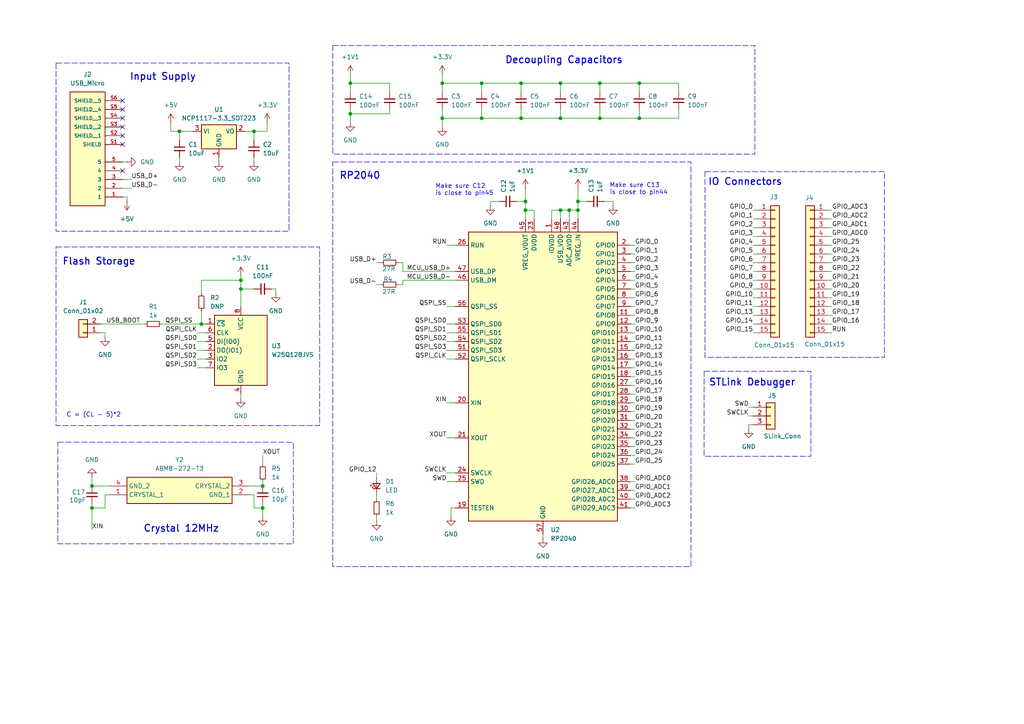
<source format=kicad_sch>
(kicad_sch (version 20231120) (generator "eeschema") (generator_version "8.0")
  (paper "A4")
  (title_block (title "RP2040") (date "2024-06-30") (rev "1.0") (company "EngrEDU"))
  (lib_symbols
    (symbol "ABM8-272-T3:ABM8-272-T3"
      (property "Reference" "Y" (at 36.83 7.62 0))
      (property "Value" "ABM8-272-T3" (at 36.83 5.08 0))
      (symbol "ABM8-272-T3_1_1"
        (rectangle (start 5.08 2.54) (end 35.56 -5.08) (stroke (width 0.254)) (fill (type background)))
        (pin passive line (at 0 -2.54 0) (length 5.08) (name "CRYSTAL_1") (number "1"))
        (pin passive line (at 40.64 -2.54 180) (length 5.08) (name "GND_1") (number "2"))
        (pin passive line (at 40.64 0 180) (length 5.08) (name "CRYSTAL_2") (number "3"))
        (pin passive line (at 0 0 0) (length 5.08) (name "GND_2") (number "4"))
      )
    )
    (symbol "Connector_Generic:Conn_01x02" (pin_names (offset 1.016) hide)
      (property "Reference" "J" (at 0 2.54 0))
      (property "Value" "Conn_01x02" (at 0 -5.08 0))
      (symbol "Conn_01x02_1_1"
        (rectangle (start -1.27 -2.413) (end 0 -2.667) (stroke (width 0.1524)))
        (rectangle (start -1.27 0.127) (end 0 -0.127) (stroke (width 0.1524)))
        (rectangle (start -1.27 1.27) (end 1.27 -3.81) (stroke (width 0.254)) (fill (type background)))
        (pin passive line (at -5.08 0 0) (length 3.81) (name "Pin_1") (number "1"))
        (pin passive line (at -5.08 -2.54 0) (length 3.81) (name "Pin_2") (number "2"))
      )
    )
    (symbol "Connector_Generic:Conn_01x03" (pin_names (offset 1.016) hide)
      (property "Reference" "J" (at 0 5.08 0))
      (property "Value" "Conn_01x03" (at 0 -5.08 0))
      (symbol "Conn_01x03_1_1"
        (rectangle (start -1.27 -2.413) (end 0 -2.667) (stroke (width 0.1524)))
        (rectangle (start -1.27 0.127) (end 0 -0.127) (stroke (width 0.1524)))
        (rectangle (start -1.27 2.667) (end 0 2.413) (stroke (width 0.1524)))
        (rectangle (start -1.27 3.81) (end 1.27 -3.81) (stroke (width 0.254)) (fill (type background)))
        (pin passive line (at -5.08 2.54 0) (length 3.81) (name "Pin_1") (number "1"))
        (pin passive line (at -5.08 0 0) (length 3.81) (name "Pin_2") (number "2"))
        (pin passive line (at -5.08 -2.54 0) (length 3.81) (name "Pin_3") (number "3"))
      )
    )
    (symbol "Connector_Generic:Conn_01x15" (pin_names (offset 1.016) hide)
      (property "Reference" "J" (at 0 20.32 0))
      (property "Value" "Conn_01x15" (at 0 -20.32 0))
      (symbol "Conn_01x15_1_1"
        (rectangle (start -1.27 -17.653) (end 0 -17.907) (stroke (width 0.1524)))
        (rectangle (start -1.27 -15.113) (end 0 -15.367) (stroke (width 0.1524)))
        (rectangle (start -1.27 -12.573) (end 0 -12.827) (stroke (width 0.1524)))
        (rectangle (start -1.27 -10.033) (end 0 -10.287) (stroke (width 0.1524)))
        (rectangle (start -1.27 -7.493) (end 0 -7.747) (stroke (width 0.1524)))
        (rectangle (start -1.27 -4.953) (end 0 -5.207) (stroke (width 0.1524)))
        (rectangle (start -1.27 -2.413) (end 0 -2.667) (stroke (width 0.1524)))
        (rectangle (start -1.27 0.127) (end 0 -0.127) (stroke (width 0.1524)))
        (rectangle (start -1.27 2.667) (end 0 2.413) (stroke (width 0.1524)))
        (rectangle (start -1.27 5.207) (end 0 4.953) (stroke (width 0.1524)))
        (rectangle (start -1.27 7.747) (end 0 7.493) (stroke (width 0.1524)))
        (rectangle (start -1.27 10.287) (end 0 10.033) (stroke (width 0.1524)))
        (rectangle (start -1.27 12.827) (end 0 12.573) (stroke (width 0.1524)))
        (rectangle (start -1.27 15.367) (end 0 15.113) (stroke (width 0.1524)))
        (rectangle (start -1.27 17.907) (end 0 17.653) (stroke (width 0.1524)))
        (rectangle (start -1.27 19.05) (end 1.27 -19.05) (stroke (width 0.254)) (fill (type background)))
        (pin passive line (at -5.08 17.78 0) (length 3.81) (name "Pin_1") (number "1"))
        (pin passive line (at -5.08 -5.08 0) (length 3.81) (name "Pin_10") (number "10"))
        (pin passive line (at -5.08 -7.62 0) (length 3.81) (name "Pin_11") (number "11"))
        (pin passive line (at -5.08 -10.16 0) (length 3.81) (name "Pin_12") (number "12"))
        (pin passive line (at -5.08 -12.7 0) (length 3.81) (name "Pin_13") (number "13"))
        (pin passive line (at -5.08 -15.24 0) (length 3.81) (name "Pin_14") (number "14"))
        (pin passive line (at -5.08 -17.78 0) (length 3.81) (name "Pin_15") (number "15"))
        (pin passive line (at -5.08 15.24 0) (length 3.81) (name "Pin_2") (number "2"))
        (pin passive line (at -5.08 12.7 0) (length 3.81) (name "Pin_3") (number "3"))
        (pin passive line (at -5.08 10.16 0) (length 3.81) (name "Pin_4") (number "4"))
        (pin passive line (at -5.08 7.62 0) (length 3.81) (name "Pin_5") (number "5"))
        (pin passive line (at -5.08 5.08 0) (length 3.81) (name "Pin_6") (number "6"))
        (pin passive line (at -5.08 2.54 0) (length 3.81) (name "Pin_7") (number "7"))
        (pin passive line (at -5.08 0 0) (length 3.81) (name "Pin_8") (number "8"))
        (pin passive line (at -5.08 -2.54 0) (length 3.81) (name "Pin_9") (number "9"))
      )
    )
    (symbol "Device:C_Small" (pin_numbers hide) (pin_names (offset 0.254) hide)
      (property "Reference" "C" (at 0.254 1.778 0))
      (property "Value" "C_Small" (at 0.254 -2.032 0))
      (symbol "C_Small_0_1"
        (polyline (pts (xy -1.524 -0.508) (xy 1.524 -0.508)) (stroke (width 0.3302)))
        (polyline (pts (xy -1.524 0.508) (xy 1.524 0.508)) (stroke (width 0.3048)))
      )
      (symbol "C_Small_1_1"
        (pin passive line (at 0 2.54 270) (length 2.032) (name "~") (number "1"))
        (pin passive line (at 0 -2.54 90) (length 2.032) (name "~") (number "2"))
      )
    )
    (symbol "Device:LED_Small" (pin_numbers hide) (pin_names (offset 0.254) hide)
      (property "Reference" "D" (at -1.27 3.175 0))
      (property "Value" "LED_Small" (at -4.445 -2.54 0))
      (symbol "LED_Small_0_1"
        (polyline (pts (xy -0.762 -1.016) (xy -0.762 1.016)) (stroke (width 0.254)))
        (polyline (pts (xy 1.016 0) (xy -0.762 0)))
        (polyline (pts (xy 0.762 -1.016) (xy -0.762 0) (xy 0.762 1.016) (xy 0.762 -1.016)) (stroke (width 0.254)))
        (polyline (pts (xy 0 0.762) (xy -0.508 1.27) (xy -0.254 1.27) (xy -0.508 1.27) (xy -0.508 1.016)))
        (polyline (pts (xy 0.508 1.27) (xy 0 1.778) (xy 0.254 1.778) (xy 0 1.778) (xy 0 1.524)))
      )
      (symbol "LED_Small_1_1"
        (pin passive line (at -2.54 0 0) (length 1.778) (name "K") (number "1"))
        (pin passive line (at 2.54 0 180) (length 1.778) (name "A") (number "2"))
      )
    )
    (symbol "Device:R_Small" (pin_numbers hide) (pin_names (offset 0.254) hide)
      (property "Reference" "R" (at 0.762 0.508 0))
      (property "Value" "R_Small" (at 0.762 -1.016 0))
      (symbol "R_Small_0_1"
        (rectangle (start -0.762 1.778) (end 0.762 -1.778) (stroke (width 0.2032)))
      )
      (symbol "R_Small_1_1"
        (pin passive line (at 0 2.54 270) (length 0.762) (name "~") (number "1"))
        (pin passive line (at 0 -2.54 90) (length 0.762) (name "~") (number "2"))
      )
    )
    (symbol "MCU_RaspberryPi:RP2040"
      (property "Reference" "U" (at 17.78 45.72 0))
      (property "Value" "RP2040" (at 17.78 43.18 0))
      (symbol "RP2040_0_1"
        (rectangle (start -21.59 41.91) (end 21.59 -41.91) (stroke (width 0.254)) (fill (type background)))
      )
      (symbol "RP2040_1_1"
        (pin power_in line (at 2.54 45.72 270) (length 3.81) (name "IOVDD") (number "1"))
        (pin passive line (at 2.54 45.72 270) (length 3.81) hide (name "IOVDD") (number "10"))
        (pin bidirectional line (at 25.4 17.78 180) (length 3.81) (name "GPIO8") (number "11"))
        (pin bidirectional line (at 25.4 15.24 180) (length 3.81) (name "GPIO9") (number "12"))
        (pin bidirectional line (at 25.4 12.7 180) (length 3.81) (name "GPIO10") (number "13"))
        (pin bidirectional line (at 25.4 10.16 180) (length 3.81) (name "GPIO11") (number "14"))
        (pin bidirectional line (at 25.4 7.62 180) (length 3.81) (name "GPIO12") (number "15"))
        (pin bidirectional line (at 25.4 5.08 180) (length 3.81) (name "GPIO13") (number "16"))
        (pin bidirectional line (at 25.4 2.54 180) (length 3.81) (name "GPIO14") (number "17"))
        (pin bidirectional line (at 25.4 0 180) (length 3.81) (name "GPIO15") (number "18"))
        (pin input line (at -25.4 -38.1 0) (length 3.81) (name "TESTEN") (number "19"))
        (pin bidirectional line (at 25.4 38.1 180) (length 3.81) (name "GPIO0") (number "2"))
        (pin input line (at -25.4 -7.62 0) (length 3.81) (name "XIN") (number "20"))
        (pin passive line (at -25.4 -17.78 0) (length 3.81) (name "XOUT") (number "21"))
        (pin passive line (at 2.54 45.72 270) (length 3.81) hide (name "IOVDD") (number "22"))
        (pin power_in line (at -2.54 45.72 270) (length 3.81) (name "DVDD") (number "23"))
        (pin input line (at -25.4 -27.94 0) (length 3.81) (name "SWCLK") (number "24"))
        (pin bidirectional line (at -25.4 -30.48 0) (length 3.81) (name "SWD") (number "25"))
        (pin input line (at -25.4 38.1 0) (length 3.81) (name "RUN") (number "26"))
        (pin bidirectional line (at 25.4 -2.54 180) (length 3.81) (name "GPIO16") (number "27"))
        (pin bidirectional line (at 25.4 -5.08 180) (length 3.81) (name "GPIO17") (number "28"))
        (pin bidirectional line (at 25.4 -7.62 180) (length 3.81) (name "GPIO18") (number "29"))
        (pin bidirectional line (at 25.4 35.56 180) (length 3.81) (name "GPIO1") (number "3"))
        (pin bidirectional line (at 25.4 -10.16 180) (length 3.81) (name "GPIO19") (number "30"))
        (pin bidirectional line (at 25.4 -12.7 180) (length 3.81) (name "GPIO20") (number "31"))
        (pin bidirectional line (at 25.4 -15.24 180) (length 3.81) (name "GPIO21") (number "32"))
        (pin passive line (at 2.54 45.72 270) (length 3.81) hide (name "IOVDD") (number "33"))
        (pin bidirectional line (at 25.4 -17.78 180) (length 3.81) (name "GPIO22") (number "34"))
        (pin bidirectional line (at 25.4 -20.32 180) (length 3.81) (name "GPIO23") (number "35"))
        (pin bidirectional line (at 25.4 -22.86 180) (length 3.81) (name "GPIO24") (number "36"))
        (pin bidirectional line (at 25.4 -25.4 180) (length 3.81) (name "GPIO25") (number "37"))
        (pin bidirectional line (at 25.4 -30.48 180) (length 3.81) (name "GPIO26_ADC0") (number "38"))
        (pin bidirectional line (at 25.4 -33.02 180) (length 3.81) (name "GPIO27_ADC1") (number "39"))
        (pin bidirectional line (at 25.4 33.02 180) (length 3.81) (name "GPIO2") (number "4"))
        (pin bidirectional line (at 25.4 -35.56 180) (length 3.81) (name "GPIO28_ADC2") (number "40"))
        (pin bidirectional line (at 25.4 -38.1 180) (length 3.81) (name "GPIO29_ADC3") (number "41"))
        (pin passive line (at 2.54 45.72 270) (length 3.81) hide (name "IOVDD") (number "42"))
        (pin power_in line (at 7.62 45.72 270) (length 3.81) (name "ADC_AVDD") (number "43"))
        (pin power_in line (at 10.16 45.72 270) (length 3.81) (name "VREG_IN") (number "44"))
        (pin power_out line (at -5.08 45.72 270) (length 3.81) (name "VREG_VOUT") (number "45"))
        (pin bidirectional line (at -25.4 27.94 0) (length 3.81) (name "USB_DM") (number "46"))
        (pin bidirectional line (at -25.4 30.48 0) (length 3.81) (name "USB_DP") (number "47"))
        (pin power_in line (at 5.08 45.72 270) (length 3.81) (name "USB_VDD") (number "48"))
        (pin passive line (at 2.54 45.72 270) (length 3.81) hide (name "IOVDD") (number "49"))
        (pin bidirectional line (at 25.4 30.48 180) (length 3.81) (name "GPIO3") (number "5"))
        (pin passive line (at -2.54 45.72 270) (length 3.81) hide (name "DVDD") (number "50"))
        (pin bidirectional line (at -25.4 7.62 0) (length 3.81) (name "QSPI_SD3") (number "51"))
        (pin output line (at -25.4 5.08 0) (length 3.81) (name "QSPI_SCLK") (number "52"))
        (pin bidirectional line (at -25.4 15.24 0) (length 3.81) (name "QSPI_SD0") (number "53"))
        (pin bidirectional line (at -25.4 10.16 0) (length 3.81) (name "QSPI_SD2") (number "54"))
        (pin bidirectional line (at -25.4 12.7 0) (length 3.81) (name "QSPI_SD1") (number "55"))
        (pin bidirectional line (at -25.4 20.32 0) (length 3.81) (name "QSPI_SS") (number "56"))
        (pin power_in line (at 0 -45.72 90) (length 3.81) (name "GND") (number "57"))
        (pin bidirectional line (at 25.4 27.94 180) (length 3.81) (name "GPIO4") (number "6"))
        (pin bidirectional line (at 25.4 25.4 180) (length 3.81) (name "GPIO5") (number "7"))
        (pin bidirectional line (at 25.4 22.86 180) (length 3.81) (name "GPIO6") (number "8"))
        (pin bidirectional line (at 25.4 20.32 180) (length 3.81) (name "GPIO7") (number "9"))
      )
    )
    (symbol "Memory_Flash:W25Q128JVS"
      (property "Reference" "U" (at -8.89 8.89 0))
      (property "Value" "W25Q128JVS" (at 7.62 8.89 0))
      (symbol "W25Q128JVS_0_1"
        (rectangle (start -7.62 10.16) (end 7.62 -10.16) (stroke (width 0.254)) (fill (type background)))
      )
      (symbol "W25Q128JVS_1_1"
        (pin input line (at -10.16 7.62 0) (length 2.54) (name "~{CS}") (number "1"))
        (pin bidirectional line (at -10.16 0 0) (length 2.54) (name "DO(IO1)") (number "2"))
        (pin bidirectional line (at -10.16 -2.54 0) (length 2.54) (name "IO2") (number "3"))
        (pin power_in line (at 0 -12.7 90) (length 2.54) (name "GND") (number "4"))
        (pin bidirectional line (at -10.16 2.54 0) (length 2.54) (name "DI(IO0)") (number "5"))
        (pin input line (at -10.16 5.08 0) (length 2.54) (name "CLK") (number "6"))
        (pin bidirectional line (at -10.16 -5.08 0) (length 2.54) (name "IO3") (number "7"))
        (pin power_in line (at 0 12.7 270) (length 2.54) (name "VCC") (number "8"))
      )
    )
    (symbol "Regulator_Linear:NCP1117-3.3_SOT223"
      (property "Reference" "U" (at -3.81 3.175 0))
      (property "Value" "NCP1117-3.3_SOT223" (at 0 3.175 0))
      (symbol "NCP1117-3.3_SOT223_0_1"
        (rectangle (start -5.08 -5.08) (end 5.08 1.905) (stroke (width 0.254)) (fill (type background)))
      )
      (symbol "NCP1117-3.3_SOT223_1_1"
        (pin power_in line (at 0 -7.62 90) (length 2.54) (name "GND") (number "1"))
        (pin power_out line (at 7.62 0 180) (length 2.54) (name "VO") (number "2"))
        (pin power_in line (at -7.62 0 0) (length 2.54) (name "VI") (number "3"))
      )
    )
    (symbol "USB_B_Micro_Amphenol:10118194-0001LF" (pin_names (offset 1.016))
      (property "Reference" "J" (at -5.08 10.668 0))
      (property "Value" "10118194-0001LF" (at -5.08 -25.4 0))
      (symbol "10118194-0001LF_0_0"
        (rectangle (start -5.08 -22.86) (end 5.08 10.16) (stroke (width 0.254)) (fill (type background)))
        (pin passive line (at -10.16 7.62 0) (length 5.08) (name "1") (number "1"))
        (pin passive line (at -10.16 5.08 0) (length 5.08) (name "2") (number "2"))
        (pin passive line (at -10.16 2.54 0) (length 5.08) (name "3") (number "3"))
        (pin passive line (at -10.16 0 0) (length 5.08) (name "4") (number "4"))
        (pin passive line (at -10.16 -2.54 0) (length 5.08) (name "5") (number "5"))
        (pin passive line (at -10.16 -7.62 0) (length 5.08) (name "SHIELD") (number "S1"))
        (pin passive line (at -10.16 -10.16 0) (length 5.08) (name "SHIELD__1") (number "S2"))
        (pin passive line (at -10.16 -12.7 0) (length 5.08) (name "SHIELD__2") (number "S3"))
        (pin passive line (at -10.16 -15.24 0) (length 5.08) (name "SHIELD__3") (number "S4"))
        (pin passive line (at -10.16 -17.78 0) (length 5.08) (name "SHIELD__4") (number "S5"))
        (pin passive line (at -10.16 -20.32 0) (length 5.08) (name "SHIELD__5") (number "S6"))
      )
    )
    (symbol "power:+1V1" (power) (pin_numbers hide) (pin_names (offset 0) hide)
      (property "Value" "+1V1" (at 0 3.556 0))
      (symbol "+1V1_0_1"
        (polyline (pts (xy -0.762 1.27) (xy 0 2.54)))
        (polyline (pts (xy 0 0) (xy 0 2.54)))
        (polyline (pts (xy 0 2.54) (xy 0.762 1.27)))
      )
      (symbol "+1V1_1_1"
        (pin power_in line (at 0 0 90) (length 0) (name "~") (number "1"))
      )
    )
    (symbol "power:+3.3V" (power) (pin_numbers hide) (pin_names (offset 0) hide)
      (property "Value" "+3.3V" (at 0 3.556 0))
      (symbol "+3.3V_0_1"
        (polyline (pts (xy -0.762 1.27) (xy 0 2.54)))
        (polyline (pts (xy 0 0) (xy 0 2.54)))
        (polyline (pts (xy 0 2.54) (xy 0.762 1.27)))
      )
      (symbol "+3.3V_1_1"
        (pin power_in line (at 0 0 90) (length 0) (name "~") (number "1"))
      )
    )
    (symbol "power:+5V" (power) (pin_numbers hide) (pin_names (offset 0) hide)
      (property "Value" "+5V" (at 0 3.556 0))
      (symbol "+5V_0_1"
        (polyline (pts (xy -0.762 1.27) (xy 0 2.54)))
        (polyline (pts (xy 0 0) (xy 0 2.54)))
        (polyline (pts (xy 0 2.54) (xy 0.762 1.27)))
      )
      (symbol "+5V_1_1"
        (pin power_in line (at 0 0 90) (length 0) (name "~") (number "1"))
      )
    )
    (symbol "power:GND" (power) (pin_numbers hide) (pin_names (offset 0) hide)
      (property "Value" "GND" (at 0 -3.81 0))
      (symbol "GND_0_1"
        (polyline (pts (xy 0 0) (xy 0 -1.27) (xy 1.27 -1.27) (xy 0 -2.54) (xy -1.27 -1.27) (xy 0 -1.27)))
      )
      (symbol "GND_1_1"
        (pin power_in line (at 0 0 270) (length 0) (name "~") (number "1"))
      )
    )
  )
  (junction (at 185.42 34.29))
  (junction (at 69.85 83.82))
  (junction (at 185.42 24.13))
  (junction (at 139.7 24.13))
  (junction (at 76.2 147.32))
  (junction (at 167.64 60.96))
  (junction (at 162.56 34.29))
  (junction (at 52.07 38.1))
  (junction (at 152.4 58.42))
  (junction (at 151.13 24.13))
  (junction (at 58.42 93.98))
  (junction (at 26.67 140.97))
  (junction (at 101.6 24.13))
  (junction (at 165.1 60.96))
  (junction (at 167.64 58.42))
  (junction (at 69.85 81.28))
  (junction (at 151.13 34.29))
  (junction (at 101.6 33.02))
  (junction (at 26.67 147.32))
  (junction (at 162.56 60.96))
  (junction (at 128.27 24.13))
  (junction (at 76.2 140.97))
  (junction (at 73.66 38.1))
  (junction (at 152.4 60.96))
  (junction (at 139.7 34.29))
  (junction (at 173.99 34.29))
  (junction (at 173.99 24.13))
  (junction (at 162.56 24.13))
  (junction (at 128.27 34.29))
  (no_connect (at 35.56 39.37))
  (no_connect (at 35.56 34.29))
  (no_connect (at 35.56 31.75))
  (no_connect (at 35.56 41.91))
  (no_connect (at 35.56 29.21))
  (no_connect (at 35.56 36.83))
  (no_connect (at 35.56 49.53))
  (wire (pts (xy 129.54 137.16) (xy 132.08 137.16)))
  (wire (pts (xy 26.67 147.32) (xy 26.67 146.05)))
  (wire (pts (xy 185.42 34.29) (xy 196.85 34.29)))
  (wire (pts (xy 182.88 83.82) (xy 184.15 83.82)))
  (wire (pts (xy 132.08 78.74) (xy 116.84 78.74)))
  (wire (pts (xy 30.48 147.32) (xy 26.67 147.32)))
  (wire (pts (xy 182.88 121.92) (xy 184.15 121.92)))
  (wire (pts (xy 73.66 147.32) (xy 76.2 147.32)))
  (wire (pts (xy 129.54 139.7) (xy 132.08 139.7)))
  (wire (pts (xy 30.48 96.52) (xy 29.21 96.52)))
  (wire (pts (xy 154.94 60.96) (xy 152.4 60.96)))
  (wire (pts (xy 139.7 24.13) (xy 151.13 24.13)))
  (wire (pts (xy 129.54 96.52) (xy 132.08 96.52)))
  (wire (pts (xy 69.85 83.82) (xy 73.66 83.82)))
  (wire (pts (xy 101.6 33.02) (xy 101.6 31.75)))
  (wire (pts (xy 30.48 97.79) (xy 30.48 96.52)))
  (wire (pts (xy 116.84 82.55) (xy 115.57 82.55)))
  (wire (pts (xy 116.84 81.28) (xy 116.84 82.55)))
  (wire (pts (xy 218.44 76.2) (xy 219.71 76.2)))
  (wire (pts (xy 129.54 88.9) (xy 132.08 88.9)))
  (wire (pts (xy 173.99 31.75) (xy 173.99 34.29)))
  (wire (pts (xy 218.44 88.9) (xy 219.71 88.9)))
  (wire (pts (xy 240.03 73.66) (xy 241.3 73.66)))
  (wire (pts (xy 182.88 104.14) (xy 184.15 104.14)))
  (wire (pts (xy 109.22 137.16) (xy 109.22 138.43)))
  (wire (pts (xy 73.66 143.51) (xy 73.66 147.32)))
  (wire (pts (xy 167.64 60.96) (xy 167.64 63.5)))
  (wire (pts (xy 218.44 83.82) (xy 219.71 83.82)))
  (wire (pts (xy 167.64 58.42) (xy 167.64 60.96)))
  (wire (pts (xy 240.03 71.12) (xy 241.3 71.12)))
  (wire (pts (xy 30.48 143.51) (xy 30.48 147.32)))
  (wire (pts (xy 182.88 91.44) (xy 184.15 91.44)))
  (wire (pts (xy 152.4 54.61) (xy 152.4 58.42)))
  (wire (pts (xy 57.15 96.52) (xy 59.69 96.52)))
  (wire (pts (xy 101.6 24.13) (xy 101.6 26.67)))
  (wire (pts (xy 128.27 21.59) (xy 128.27 24.13)))
  (wire (pts (xy 182.88 86.36) (xy 184.15 86.36)))
  (wire (pts (xy 116.84 78.74) (xy 116.84 76.2)))
  (wire (pts (xy 57.15 104.14) (xy 59.69 104.14)))
  (wire (pts (xy 240.03 66.04) (xy 241.3 66.04)))
  (wire (pts (xy 72.39 140.97) (xy 76.2 140.97)))
  (wire (pts (xy 182.88 101.6) (xy 184.15 101.6)))
  (wire (pts (xy 69.85 80.01) (xy 69.85 81.28)))
  (wire (pts (xy 69.85 81.28) (xy 69.85 83.82)))
  (wire (pts (xy 35.56 52.07) (xy 38.1 52.07)))
  (wire (pts (xy 162.56 24.13) (xy 162.56 26.67)))
  (wire (pts (xy 26.67 147.32) (xy 26.67 153.67)))
  (wire (pts (xy 151.13 24.13) (xy 162.56 24.13)))
  (wire (pts (xy 46.99 93.98) (xy 58.42 93.98)))
  (wire (pts (xy 240.03 76.2) (xy 241.3 76.2)))
  (wire (pts (xy 130.81 147.32) (xy 132.08 147.32)))
  (wire (pts (xy 77.47 38.1) (xy 77.47 35.56)))
  (wire (pts (xy 128.27 24.13) (xy 139.7 24.13)))
  (wire (pts (xy 182.88 93.98) (xy 184.15 93.98)))
  (wire (pts (xy 182.88 109.22) (xy 184.15 109.22)))
  (wire (pts (xy 175.26 58.42) (xy 177.8 58.42)))
  (wire (pts (xy 162.56 34.29) (xy 173.99 34.29)))
  (wire (pts (xy 196.85 31.75) (xy 196.85 34.29)))
  (wire (pts (xy 58.42 90.17) (xy 58.42 93.98)))
  (wire (pts (xy 139.7 31.75) (xy 139.7 34.29)))
  (wire (pts (xy 182.88 106.68) (xy 184.15 106.68)))
  (wire (pts (xy 240.03 96.52) (xy 241.3 96.52)))
  (wire (pts (xy 217.17 118.11) (xy 218.44 118.11)))
  (wire (pts (xy 113.03 33.02) (xy 101.6 33.02)))
  (wire (pts (xy 240.03 93.98) (xy 241.3 93.98)))
  (wire (pts (xy 129.54 127) (xy 132.08 127)))
  (wire (pts (xy 76.2 132.08) (xy 76.2 134.62)))
  (wire (pts (xy 129.54 99.06) (xy 132.08 99.06)))
  (wire (pts (xy 129.54 101.6) (xy 132.08 101.6)))
  (wire (pts (xy 149.86 58.42) (xy 152.4 58.42)))
  (wire (pts (xy 57.15 101.6) (xy 59.69 101.6)))
  (wire (pts (xy 218.44 91.44) (xy 219.71 91.44)))
  (wire (pts (xy 154.94 63.5) (xy 154.94 60.96)))
  (wire (pts (xy 101.6 33.02) (xy 101.6 35.56)))
  (wire (pts (xy 80.01 85.09) (xy 80.01 83.82)))
  (wire (pts (xy 58.42 81.28) (xy 69.85 81.28)))
  (wire (pts (xy 182.88 119.38) (xy 184.15 119.38)))
  (wire (pts (xy 240.03 81.28) (xy 241.3 81.28)))
  (wire (pts (xy 240.03 78.74) (xy 241.3 78.74)))
  (wire (pts (xy 157.48 154.94) (xy 157.48 156.21)))
  (wire (pts (xy 240.03 86.36) (xy 241.3 86.36)))
  (wire (pts (xy 218.44 96.52) (xy 219.71 96.52)))
  (wire (pts (xy 76.2 146.05) (xy 76.2 147.32)))
  (wire (pts (xy 55.88 38.1) (xy 52.07 38.1)))
  (wire (pts (xy 185.42 24.13) (xy 196.85 24.13)))
  (wire (pts (xy 240.03 91.44) (xy 241.3 91.44)))
  (wire (pts (xy 182.88 88.9) (xy 184.15 88.9)))
  (wire (pts (xy 182.88 139.7) (xy 184.15 139.7)))
  (wire (pts (xy 142.24 58.42) (xy 144.78 58.42)))
  (wire (pts (xy 63.5 45.72) (xy 63.5 46.99)))
  (wire (pts (xy 240.03 83.82) (xy 241.3 83.82)))
  (wire (pts (xy 167.64 58.42) (xy 170.18 58.42)))
  (wire (pts (xy 218.44 73.66) (xy 219.71 73.66)))
  (wire (pts (xy 49.53 38.1) (xy 49.53 35.56)))
  (wire (pts (xy 73.66 38.1) (xy 73.66 40.64)))
  (wire (pts (xy 36.83 58.42) (xy 36.83 57.15)))
  (wire (pts (xy 218.44 68.58) (xy 219.71 68.58)))
  (wire (pts (xy 73.66 45.72) (xy 73.66 46.99)))
  (wire (pts (xy 109.22 76.2) (xy 110.49 76.2)))
  (wire (pts (xy 162.56 24.13) (xy 173.99 24.13)))
  (wire (pts (xy 218.44 81.28) (xy 219.71 81.28)))
  (wire (pts (xy 151.13 31.75) (xy 151.13 34.29)))
  (wire (pts (xy 26.67 138.43) (xy 26.67 140.97)))
  (wire (pts (xy 57.15 99.06) (xy 59.69 99.06)))
  (wire (pts (xy 52.07 45.72) (xy 52.07 46.99)))
  (wire (pts (xy 182.88 144.78) (xy 184.15 144.78)))
  (wire (pts (xy 142.24 59.69) (xy 142.24 58.42)))
  (wire (pts (xy 185.42 31.75) (xy 185.42 34.29)))
  (wire (pts (xy 218.44 86.36) (xy 219.71 86.36)))
  (wire (pts (xy 182.88 99.06) (xy 184.15 99.06)))
  (wire (pts (xy 182.88 147.32) (xy 184.15 147.32)))
  (wire (pts (xy 109.22 151.13) (xy 109.22 149.86)))
  (wire (pts (xy 36.83 57.15) (xy 35.56 57.15)))
  (wire (pts (xy 182.88 142.24) (xy 184.15 142.24)))
  (wire (pts (xy 129.54 93.98) (xy 132.08 93.98)))
  (wire (pts (xy 151.13 34.29) (xy 162.56 34.29)))
  (wire (pts (xy 109.22 82.55) (xy 110.49 82.55)))
  (wire (pts (xy 58.42 93.98) (xy 59.69 93.98)))
  (wire (pts (xy 182.88 132.08) (xy 184.15 132.08)))
  (wire (pts (xy 152.4 58.42) (xy 152.4 60.96)))
  (wire (pts (xy 182.88 111.76) (xy 184.15 111.76)))
  (wire (pts (xy 57.15 106.68) (xy 59.69 106.68)))
  (wire (pts (xy 76.2 139.7) (xy 76.2 140.97)))
  (wire (pts (xy 139.7 34.29) (xy 151.13 34.29)))
  (wire (pts (xy 218.44 78.74) (xy 219.71 78.74)))
  (wire (pts (xy 185.42 24.13) (xy 185.42 26.67)))
  (wire (pts (xy 26.67 140.97) (xy 31.75 140.97)))
  (wire (pts (xy 128.27 31.75) (xy 128.27 34.29)))
  (wire (pts (xy 182.88 127) (xy 184.15 127)))
  (wire (pts (xy 162.56 63.5) (xy 162.56 60.96)))
  (wire (pts (xy 101.6 21.59) (xy 101.6 24.13)))
  (wire (pts (xy 129.54 104.14) (xy 132.08 104.14)))
  (wire (pts (xy 69.85 83.82) (xy 69.85 88.9)))
  (wire (pts (xy 72.39 143.51) (xy 73.66 143.51)))
  (wire (pts (xy 71.12 38.1) (xy 73.66 38.1)))
  (wire (pts (xy 182.88 76.2) (xy 184.15 76.2)))
  (wire (pts (xy 52.07 38.1) (xy 52.07 40.64)))
  (wire (pts (xy 217.17 123.19) (xy 217.17 124.46)))
  (wire (pts (xy 165.1 63.5) (xy 165.1 60.96)))
  (wire (pts (xy 151.13 24.13) (xy 151.13 26.67)))
  (wire (pts (xy 165.1 60.96) (xy 167.64 60.96)))
  (wire (pts (xy 76.2 147.32) (xy 76.2 149.86)))
  (wire (pts (xy 162.56 60.96) (xy 165.1 60.96)))
  (wire (pts (xy 218.44 66.04) (xy 219.71 66.04)))
  (wire (pts (xy 160.02 60.96) (xy 162.56 60.96)))
  (wire (pts (xy 218.44 93.98) (xy 219.71 93.98)))
  (wire (pts (xy 129.54 71.12) (xy 132.08 71.12)))
  (wire (pts (xy 240.03 68.58) (xy 241.3 68.58)))
  (wire (pts (xy 35.56 54.61) (xy 38.1 54.61)))
  (wire (pts (xy 182.88 96.52) (xy 184.15 96.52)))
  (wire (pts (xy 109.22 143.51) (xy 109.22 144.78)))
  (wire (pts (xy 218.44 63.5) (xy 219.71 63.5)))
  (wire (pts (xy 128.27 36.83) (xy 128.27 34.29)))
  (wire (pts (xy 152.4 60.96) (xy 152.4 63.5)))
  (wire (pts (xy 182.88 78.74) (xy 184.15 78.74)))
  (wire (pts (xy 52.07 38.1) (xy 49.53 38.1)))
  (wire (pts (xy 218.44 71.12) (xy 219.71 71.12)))
  (wire (pts (xy 31.75 143.51) (xy 30.48 143.51)))
  (wire (pts (xy 196.85 24.13) (xy 196.85 26.67)))
  (wire (pts (xy 240.03 63.5) (xy 241.3 63.5)))
  (wire (pts (xy 139.7 24.13) (xy 139.7 26.67)))
  (wire (pts (xy 116.84 76.2) (xy 115.57 76.2)))
  (wire (pts (xy 73.66 38.1) (xy 77.47 38.1)))
  (wire (pts (xy 182.88 114.3) (xy 184.15 114.3)))
  (wire (pts (xy 177.8 58.42) (xy 177.8 59.69)))
  (wire (pts (xy 130.81 149.86) (xy 130.81 147.32)))
  (wire (pts (xy 240.03 88.9) (xy 241.3 88.9)))
  (wire (pts (xy 182.88 81.28) (xy 184.15 81.28)))
  (wire (pts (xy 173.99 24.13) (xy 173.99 26.67)))
  (wire (pts (xy 80.01 83.82) (xy 78.74 83.82)))
  (wire (pts (xy 58.42 85.09) (xy 58.42 81.28)))
  (wire (pts (xy 173.99 24.13) (xy 185.42 24.13)))
  (wire (pts (xy 218.44 60.96) (xy 219.71 60.96)))
  (wire (pts (xy 129.54 116.84) (xy 132.08 116.84)))
  (wire (pts (xy 217.17 120.65) (xy 218.44 120.65)))
  (wire (pts (xy 182.88 134.62) (xy 184.15 134.62)))
  (wire (pts (xy 160.02 63.5) (xy 160.02 60.96)))
  (wire (pts (xy 29.21 93.98) (xy 41.91 93.98)))
  (wire (pts (xy 113.03 31.75) (xy 113.03 33.02)))
  (wire (pts (xy 182.88 129.54) (xy 184.15 129.54)))
  (wire (pts (xy 182.88 71.12) (xy 184.15 71.12)))
  (wire (pts (xy 35.56 46.99) (xy 36.83 46.99)))
  (wire (pts (xy 173.99 34.29) (xy 185.42 34.29)))
  (wire (pts (xy 128.27 26.67) (xy 128.27 24.13)))
  (wire (pts (xy 218.44 123.19) (xy 217.17 123.19)))
  (wire (pts (xy 162.56 31.75) (xy 162.56 34.29)))
  (wire (pts (xy 240.03 60.96) (xy 241.3 60.96)))
  (wire (pts (xy 69.85 114.3) (xy 69.85 115.57)))
  (wire (pts (xy 132.08 81.28) (xy 116.84 81.28)))
  (wire (pts (xy 113.03 26.67) (xy 113.03 24.13)))
  (wire (pts (xy 182.88 124.46) (xy 184.15 124.46)))
  (wire (pts (xy 182.88 73.66) (xy 184.15 73.66)))
  (wire (pts (xy 167.64 54.61) (xy 167.64 58.42)))
  (wire (pts (xy 182.88 116.84) (xy 184.15 116.84)))
  (wire (pts (xy 128.27 34.29) (xy 139.7 34.29)))
  (wire (pts (xy 113.03 24.13) (xy 101.6 24.13)))
  (rectangle (start 16.256 18.288) (end 83.82 67.056) (stroke (width 0) (type dash)))
  (rectangle (start 16.256 71.628) (end 92.71 123.444) (stroke (width 0) (type dash)))
  (rectangle (start 16.764 128.27) (end 85.09 157.734) (stroke (width 0) (type dash)))
  (rectangle (start 204.216 107.696) (end 235.204 132.334) (stroke (width 0) (type dash)))
  (rectangle (start 96.52 13.208) (end 218.948 44.704) (stroke (width 0) (type dash)))
  (rectangle (start 204.47 49.784) (end 256.54 103.632) (stroke (width 0) (type dash)))
  (rectangle (start 96.52 46.99) (end 200.406 164.338) (stroke (width 0) (type dash)))
  (text "Make sure C12\nis close to pin45\n\n" (at 126.238 56.134 0) (effects (font (size 1.27 1.27)) (justify left)))
  (text "Crystal 12MHz\n" (at 52.578 153.416 0) (effects (font (size 2 2) (thickness 0.3) (bold yes))))
  (text "STLink Debugger\n" (at 218.186 110.998 0) (effects (font (size 2 2) (thickness 0.3) (bold yes))))
  (text "C = (CL - 5)*2" (at 27.178 120.396 0) (effects (font (size 1.27 1.27))))
  (text "Flash Storage\n" (at 28.702 75.946 0) (effects (font (size 2 2) (thickness 0.3) (bold yes))))
  (text "IO Connectors" (at 216.154 52.832 0) (effects (font (size 2 2) (thickness 0.3) (bold yes))))
  (text "RP2040" (at 104.394 51.054 0) (effects (font (size 2 2) (thickness 0.3) (bold yes))))
  (text "Decoupling Capacitors" (at 163.576 17.526 0) (effects (font (size 2 2) (thickness 0.3) (bold yes))))
  (text "Input Supply" (at 47.244 22.352 0) (effects (font (size 2 2) (thickness 0.3) (bold yes))))
  (text "Make sure C13\nis close to pin44\n" (at 176.784 54.864 0) (effects (font (size 1.27 1.27)) (justify left)))
  (label "GPIO_16" (at 184.15 111.76 0))
  (label "GPIO_15" (at 184.15 109.22 0))
  (label "GPIO_17" (at 184.15 114.3 0))
  (label "GPIO_23" (at 184.15 129.54 0))
  (label "GPIO_24" (at 241.3 73.66 0))
  (label "GPIO_7" (at 184.15 88.9 0))
  (label "GPIO_6" (at 218.44 76.2 180))
  (label "QSPI_SD1" (at 129.54 96.52 180))
  (label "GPIO_7" (at 218.44 78.74 180))
  (label "GPIO_4" (at 184.15 81.28 0))
  (label "QSPI_CLK" (at 57.15 96.52 180))
  (label "GPIO_14" (at 184.15 106.68 0))
  (label "USB_D-" (at 38.1 54.61 0))
  (label "SWD" (at 129.54 139.7 180))
  (label "GPIO_25" (at 184.15 134.62 0))
  (label "QSPI_SS" (at 129.54 88.9 180))
  (label "GPIO_11" (at 184.15 99.06 0))
  (label "GPIO_15" (at 218.44 96.52 180))
  (label "QSPI_SD3" (at 57.15 106.68 180))
  (label "GPIO_21" (at 241.3 81.28 0))
  (label "GPIO_2" (at 184.15 76.2 0))
  (label "GPIO_22" (at 241.3 78.74 0))
  (label "GPIO_13" (at 218.44 91.44 180))
  (label "GPIO_12" (at 184.15 101.6 0))
  (label "GPIO_13" (at 184.15 104.14 0))
  (label "GPIO_5" (at 184.15 83.82 0))
  (label "GPIO_16" (at 241.3 93.98 0))
  (label "USB_D+" (at 109.22 76.2 180))
  (label "GPIO_18" (at 184.15 116.84 0))
  (label "GPIO_5" (at 218.44 73.66 180))
  (label "GPIO_19" (at 241.3 86.36 0))
  (label "GPIO_10" (at 218.44 86.36 180))
  (label "GPIO_2" (at 218.44 66.04 180))
  (label "GPIO_3" (at 184.15 78.74 0))
  (label "QSPI_SD3" (at 129.54 101.6 180))
  (label "GPIO_0" (at 184.15 71.12 0))
  (label "RUN" (at 241.3 96.52 0))
  (label "GPIO_ADC3" (at 241.3 60.96 0))
  (label "RUN" (at 129.54 71.12 180))
  (label "QSPI_SS" (at 55.88 93.98 180))
  (label "QSPI_SD2" (at 57.15 104.14 180))
  (label "GPIO_18" (at 241.3 88.9 0))
  (label "GPIO_3" (at 218.44 68.58 180))
  (label "XOUT" (at 129.54 127 180))
  (label "GPIO_8" (at 218.44 81.28 180))
  (label "QSPI_SD0" (at 129.54 93.98 180))
  (label "GPIO_9" (at 184.15 93.98 0))
  (label "SWCLK" (at 129.54 137.16 180))
  (label "GPIO_21" (at 184.15 124.46 0))
  (label "QSPI_SD2" (at 129.54 99.06 180))
  (label "XIN" (at 26.67 153.67 0))
  (label "QSPI_SD0" (at 57.15 99.06 180))
  (label "GPIO_24" (at 184.15 132.08 0))
  (label "GPIO_20" (at 184.15 121.92 0))
  (label "SWCLK" (at 217.17 120.65 180))
  (label "GPIO_8" (at 184.15 91.44 0))
  (label "GPIO_1" (at 218.44 63.5 180))
  (label "GPIO_19" (at 184.15 119.38 0))
  (label "GPIO_ADC1" (at 184.15 142.24 0))
  (label "GPIO_12" (at 109.22 137.16 180))
  (label "GPIO_ADC1" (at 241.3 66.04 0))
  (label "GPIO_14" (at 218.44 93.98 180))
  (label "XIN" (at 129.54 116.84 180))
  (label "USB_BOOT" (at 40.64 93.98 180))
  (label "GPIO_ADC0" (at 184.15 139.7 0))
  (label "QSPI_SD1" (at 57.15 101.6 180))
  (label "GPIO_ADC2" (at 184.15 144.78 0))
  (label "MCU_USB_D+" (at 130.81 78.74 180))
  (label "GPIO_ADC0" (at 241.3 68.58 0))
  (label "GPIO_25" (at 241.3 71.12 0))
  (label "MCU_USB_D-" (at 130.81 81.28 180))
  (label "GPIO_17" (at 241.3 91.44 0))
  (label "GPIO_ADC2" (at 241.3 63.5 0))
  (label "USB_D+" (at 38.1 52.07 0))
  (label "GPIO_9" (at 218.44 83.82 180))
  (label "SWD" (at 217.17 118.11 180))
  (label "GPIO_4" (at 218.44 71.12 180))
  (label "GPIO_10" (at 184.15 96.52 0))
  (label "GPIO_23" (at 241.3 76.2 0))
  (label "GPIO_ADC3" (at 184.15 147.32 0))
  (label "GPIO_6" (at 184.15 86.36 0))
  (label "XOUT" (at 76.2 132.08 0))
  (label "USB_D-" (at 109.22 82.55 180))
  (label "GPIO_22" (at 184.15 127 0))
  (label "QSPI_CLK" (at 129.54 104.14 180))
  (label "GPIO_20" (at 241.3 83.82 0))
  (label "GPIO_0" (at 218.44 60.96 180))
  (label "GPIO_11" (at 218.44 88.9 180))
  (label "GPIO_1" (at 184.15 73.66 0))
  (symbol (lib_id "Device:R_Small") (at 58.42 87.63 0) (unit 1)
    (property "Reference" "R2" (at 60.96 86.3599 0) (effects (justify left)))
    (property "Value" "DNP" (at 60.96 88.8999 0) (effects (justify left)))
    (property "Footprint" "Resistor_SMD:R_0402_1005Metric_Pad0.72x0.64mm_HandSolder" (effects (hide yes)))
    (property "Description" "Resistor, small symbol" (effects (hide yes)))
  )
  (symbol (lib_id "MCU_RaspberryPi:RP2040") (at 157.48 109.22 0) (unit 1)
    (property "Reference" "U2" (at 159.6741 153.67 0) (effects (justify left)))
    (property "Value" "RP2040" (at 159.6741 156.21 0) (effects (justify left)))
    (property "Footprint" "Package_DFN_QFN:QFN-56-1EP_7x7mm_P0.4mm_EP3.2x3.2mm" (effects (hide yes)))
    (property "Datasheet" "https://datasheets.raspberrypi.com/rp2040/rp2040-datasheet.pdf" (effects (hide yes)))
    (property "Description" "A microcontroller by Raspberry Pi" (effects (hide yes)))
  )
  (symbol (lib_id "Device:C_Small") (at 26.67 143.51 0) (unit 1)
    (property "Reference" "C17" (at 20.828 142.748 0) (effects (justify left)))
    (property "Value" "10pF" (at 20.066 145.034 0) (effects (justify left)))
    (property "Footprint" "Capacitor_SMD:C_0402_1005Metric_Pad0.74x0.62mm_HandSolder" (effects (hide yes)))
    (property "Description" "Unpolarized capacitor, small symbol" (effects (hide yes)))
  )
  (symbol (lib_id "power:GND") (at 130.81 149.86 0) (unit 1)
    (property "Reference" "#PWR08" (effects (hide yes)))
    (property "Value" "GND" (at 130.81 154.94 0))
    (property "Description" "Power symbol creates a global label with name \"GND\" , ground" (effects (hide yes)))
  )
  (symbol (lib_id "Device:C_Small") (at 185.42 29.21 0) (unit 1)
    (property "Reference" "C8" (at 187.96 27.9462 0) (effects (justify left)))
    (property "Value" "100nF" (at 187.96 30.4862 0) (effects (justify left)))
    (property "Footprint" "Capacitor_SMD:C_0402_1005Metric_Pad0.74x0.62mm_HandSolder" (effects (hide yes)))
    (property "Description" "Unpolarized capacitor, small symbol" (effects (hide yes)))
  )
  (symbol (lib_id "Regulator_Linear:NCP1117-3.3_SOT223") (at 63.5 38.1 0) (unit 1)
    (property "Reference" "U1" (at 63.5 31.75 0))
    (property "Value" "NCP1117-3.3_SOT223" (at 63.5 34.29 0))
    (property "Footprint" "Package_TO_SOT_SMD:SOT-223-3_TabPin2" (effects (hide yes)))
    (property "Datasheet" "http://www.onsemi.com/pub_link/Collateral/NCP1117-D.PDF" (effects (hide yes)))
    (property "Description" "1A Low drop-out regulator, Fixed Output 3.3V, SOT-223" (effects (hide yes)))
  )
  (symbol (lib_id "power:GND") (at 109.22 151.13 0) (unit 1)
    (property "Reference" "#PWR025" (effects (hide yes)))
    (property "Value" "GND" (at 109.22 156.21 0))
    (property "Description" "Power symbol creates a global label with name \"GND\" , ground" (effects (hide yes)))
  )
  (symbol (lib_id "Memory_Flash:W25Q128JVS") (at 69.85 101.6 0) (unit 1)
    (property "Reference" "U3" (at 78.74 100.3299 0) (effects (justify left)))
    (property "Value" "W25Q128JVS" (at 78.74 102.8699 0) (effects (justify left)))
    (property "Footprint" "Package_SO:SOIC-8_5.23x5.23mm_P1.27mm" (effects (hide yes)))
    (property "Datasheet" "http://www.winbond.com/resource-files/w25q128jv_dtr%20revc%2003272018%20plus.pdf" (effects (hide yes)))
    (property "Description" "128Mb Serial Flash Memory, Standard/Dual/Quad SPI, SOIC-8" (effects (hide yes)))
  )
  (symbol (lib_id "power:GND") (at 80.01 85.09 0) (unit 1)
    (property "Reference" "#PWR021" (effects (hide yes)))
    (property "Value" "GND" (at 80.01 90.17 0))
    (property "Description" "Power symbol creates a global label with name \"GND\" , ground" (effects (hide yes)))
  )
  (symbol (lib_id "power:GND") (at 63.5 46.99 0) (unit 1)
    (property "Reference" "#PWR05" (effects (hide yes)))
    (property "Value" "GND" (at 63.5 52.07 0))
    (property "Description" "Power symbol creates a global label with name \"GND\" , ground" (effects (hide yes)))
  )
  (symbol (lib_id "Device:C_Small") (at 76.2 83.82 90) (unit 1)
    (property "Reference" "C11" (at 76.2063 77.47 90))
    (property "Value" "100nF" (at 76.2063 80.01 90))
    (property "Footprint" "Capacitor_SMD:C_0402_1005Metric_Pad0.74x0.62mm_HandSolder" (effects (hide yes)))
    (property "Description" "Unpolarized capacitor, small symbol" (effects (hide yes)))
  )
  (symbol (lib_id "Device:C_Small") (at 73.66 43.18 0) (unit 1)
    (property "Reference" "C2" (at 76.2 41.9162 0) (effects (justify left)))
    (property "Value" "10uF" (at 76.2 44.4562 0) (effects (justify left)))
    (property "Footprint" "Capacitor_SMD:C_0805_2012Metric_Pad1.18x1.45mm_HandSolder" (effects (hide yes)))
    (property "Description" "Unpolarized capacitor, small symbol" (effects (hide yes)))
  )
  (symbol (lib_id "power:+3.3V") (at 167.64 54.61 0) (unit 1)
    (property "Reference" "#PWR012" (effects (hide yes)))
    (property "Value" "+3.3V" (at 167.64 49.53 0))
    (property "Description" "Power symbol creates a global label with name \"+3.3V\"" (effects (hide yes)))
  )
  (symbol (lib_id "power:GND") (at 217.17 124.46 0) (unit 1)
    (property "Reference" "#PWR024" (effects (hide yes)))
    (property "Value" "GND" (at 217.17 129.54 0))
    (property "Description" "Power symbol creates a global label with name \"GND\" , ground" (effects (hide yes)))
  )
  (symbol (lib_id "Connector_Generic:Conn_01x15") (at 224.79 78.74 0) (unit 1)
    (property "Reference" "J3" (at 223.266 57.15 0) (effects (justify left)))
    (property "Value" "Conn_01x15" (at 218.694 100.076 0) (effects (justify left)))
    (property "Footprint" "Connector_PinHeader_2.54mm:PinHeader_1x15_P2.54mm_Vertical" (effects (hide yes)))
    (property "Description" "Generic connector, single row, 01x15, script generated (kicad-library-utils/schlib/autogen/connector/)" (effects (hide yes)))
  )
  (symbol (lib_id "Connector_Generic:Conn_01x02") (at 24.13 96.52 180) (unit 1)
    (property "Reference" "J1" (at 24.13 87.63 0))
    (property "Value" "Conn_01x02" (at 24.13 90.17 0))
    (property "Footprint" "Connector_PinHeader_2.54mm:PinHeader_1x02_P2.54mm_Vertical" (effects (hide yes)))
    (property "Description" "Generic connector, single row, 01x02, script generated (kicad-library-utils/schlib/autogen/connector/)" (effects (hide yes)))
  )
  (symbol (lib_id "Device:C_Small") (at 162.56 29.21 0) (unit 1)
    (property "Reference" "C6" (at 165.1 27.9462 0) (effects (justify left)))
    (property "Value" "100nF" (at 165.1 30.4862 0) (effects (justify left)))
    (property "Footprint" "Capacitor_SMD:C_0402_1005Metric_Pad0.74x0.62mm_HandSolder" (effects (hide yes)))
    (property "Description" "Unpolarized capacitor, small symbol" (effects (hide yes)))
  )
  (symbol (lib_id "Device:C_Small") (at 173.99 29.21 0) (unit 1)
    (property "Reference" "C7" (at 176.53 27.9462 0) (effects (justify left)))
    (property "Value" "100nF" (at 176.53 30.4862 0) (effects (justify left)))
    (property "Footprint" "Capacitor_SMD:C_0402_1005Metric_Pad0.74x0.62mm_HandSolder" (effects (hide yes)))
    (property "Description" "Unpolarized capacitor, small symbol" (effects (hide yes)))
  )
  (symbol (lib_id "power:GND") (at 69.85 115.57 0) (unit 1)
    (property "Reference" "#PWR02" (effects (hide yes)))
    (property "Value" "GND" (at 69.85 120.65 0))
    (property "Description" "Power symbol creates a global label with name \"GND\" , ground" (effects (hide yes)))
  )
  (symbol (lib_id "power:GND") (at 128.27 36.83 0) (unit 1)
    (property "Reference" "#PWR010" (effects (hide yes)))
    (property "Value" "GND" (at 128.27 41.91 0))
    (property "Description" "Power symbol creates a global label with name \"GND\" , ground" (effects (hide yes)))
  )
  (symbol (lib_id "USB_B_Micro_Amphenol:10118194-0001LF") (at 25.4 49.53 180) (unit 1)
    (property "Reference" "J2" (at 25.4 21.59 0))
    (property "Value" "USB_Micro" (at 25.4 24.13 0))
    (property "Footprint" "USB_B_Micro_Amphenol:USB_B_Micro_Amphenol" (effects (hide yes)))
    (property "MF" "Amphenol ICC" (effects (hide yes)))
    (property "MAXIMUM_PACKAGE_HEIGHT" "2.66 mm" (effects (hide yes)))
    (property "Package" "None" (effects (hide yes)))
    (property "Price" "None" (effects (hide yes)))
    (property "Check_prices" "https://www.snapeda.com/parts/10118194-0001LF/Amphenol+FCI/view-part/?ref=eda" (effects (hide yes)))
    (property "STANDARD" "Manufacturer Recommendations" (effects (hide yes)))
    (property "PARTREV" "D" (effects (hide yes)))
    (property "SnapEDA_Link" "https://www.snapeda.com/parts/10118194-0001LF/Amphenol+FCI/view-part/?ref=snap" (effects (hide yes)))
    (property "MP" "10118194-0001LF" (effects (hide yes)))
    (property "Purchase-URL" "https://www.snapeda.com/api/url_track_click_mouser/?unipart_id=47625&manufacturer=Amphenol ICC&part_name=10118194-0001LF&search_term=10118194-0001lf" (effects (hide yes)))
    (property "Description_1" "\nMicro USB, Input Output Connectors, B TYPE RECEPTACLE with flange\n" (effects (hide yes)))
    (property "Availability" "In Stock" (effects (hide yes)))
    (property "MANUFACTURER" "Amphenol ICC" (effects (hide yes)))
  )
  (symbol (lib_id "Device:C_Small") (at 52.07 43.18 0) (unit 1)
    (property "Reference" "C1" (at 54.61 41.9162 0) (effects (justify left)))
    (property "Value" "10uF" (at 54.61 44.4562 0) (effects (justify left)))
    (property "Footprint" "Capacitor_SMD:C_0805_2012Metric_Pad1.18x1.45mm_HandSolder" (effects (hide yes)))
    (property "Description" "Unpolarized capacitor, small symbol" (effects (hide yes)))
  )
  (symbol (lib_id "power:+1V1") (at 152.4 54.61 0) (unit 1)
    (property "Reference" "#PWR015" (effects (hide yes)))
    (property "Value" "+1V1" (at 152.4 49.53 0))
    (property "Description" "Power symbol creates a global label with name \"+1V1\"" (effects (hide yes)))
  )
  (symbol (lib_id "power:GND") (at 73.66 46.99 0) (unit 1)
    (property "Reference" "#PWR06" (effects (hide yes)))
    (property "Value" "GND" (at 73.66 52.07 0))
    (property "Description" "Power symbol creates a global label with name \"GND\" , ground" (effects (hide yes)))
  )
  (symbol (lib_id "Device:R_Small") (at 109.22 147.32 180) (unit 1)
    (property "Reference" "R6" (at 111.76 146.0499 0) (effects (justify right)))
    (property "Value" "1k" (at 111.76 148.5899 0) (effects (justify right)))
    (property "Footprint" "Resistor_SMD:R_0402_1005Metric_Pad0.72x0.64mm_HandSolder" (effects (hide yes)))
    (property "Description" "Resistor, small symbol" (effects (hide yes)))
  )
  (symbol (lib_id "power:GND") (at 26.67 138.43 180) (unit 1)
    (property "Reference" "#PWR023" (effects (hide yes)))
    (property "Value" "GND" (at 26.67 133.35 0))
    (property "Description" "Power symbol creates a global label with name \"GND\" , ground" (effects (hide yes)))
  )
  (symbol (lib_id "power:+3.3V") (at 77.47 35.56 0) (unit 1)
    (property "Reference" "#PWR07" (effects (hide yes)))
    (property "Value" "+3.3V" (at 77.47 30.48 0))
    (property "Description" "Power symbol creates a global label with name \"+3.3V\"" (effects (hide yes)))
  )
  (symbol (lib_id "power:+3.3V") (at 128.27 21.59 0) (unit 1)
    (property "Reference" "#PWR09" (effects (hide yes)))
    (property "Value" "+3.3V" (at 128.27 16.51 0))
    (property "Description" "Power symbol creates a global label with name \"+3.3V\"" (effects (hide yes)))
  )
  (symbol (lib_id "Device:R_Small") (at 113.03 76.2 270) (unit 1)
    (property "Reference" "R3" (at 112.268 74.422 90))
    (property "Value" "27R" (at 112.776 77.978 90))
    (property "Footprint" "Resistor_SMD:R_0402_1005Metric_Pad0.72x0.64mm_HandSolder" (effects (hide yes)))
    (property "Description" "Resistor, small symbol" (effects (hide yes)))
  )
  (symbol (lib_id "power:GND") (at 76.2 149.86 0) (unit 1)
    (property "Reference" "#PWR022" (effects (hide yes)))
    (property "Value" "GND" (at 76.2 154.94 0))
    (property "Description" "Power symbol creates a global label with name \"GND\" , ground" (effects (hide yes)))
  )
  (symbol (lib_id "power:GND") (at 177.8 59.69 0) (unit 1)
    (property "Reference" "#PWR014" (effects (hide yes)))
    (property "Value" "GND" (at 177.8 64.77 0))
    (property "Description" "Power symbol creates a global label with name \"GND\" , ground" (effects (hide yes)))
  )
  (symbol (lib_id "Connector_Generic:Conn_01x03") (at 223.52 120.65 0) (unit 1)
    (property "Reference" "J5" (at 222.758 114.808 0) (effects (justify left)))
    (property "Value" "SLink_Conn" (at 221.488 126.492 0) (effects (justify left)))
    (property "Footprint" "Connector_PinHeader_2.54mm:PinHeader_1x03_P2.54mm_Vertical" (effects (hide yes)))
    (property "Description" "Generic connector, single row, 01x03, script generated (kicad-library-utils/schlib/autogen/connector/)" (effects (hide yes)))
  )
  (symbol (lib_id "power:GND") (at 157.48 156.21 0) (unit 1)
    (property "Reference" "#PWR011" (effects (hide yes)))
    (property "Value" "GND" (at 157.48 161.29 0))
    (property "Description" "Power symbol creates a global label with name \"GND\" , ground" (effects (hide yes)))
  )
  (symbol (lib_id "Device:C_Small") (at 196.85 29.21 0) (unit 1)
    (property "Reference" "C9" (at 199.39 27.9462 0) (effects (justify left)))
    (property "Value" "100nF" (at 199.39 30.4862 0) (effects (justify left)))
    (property "Footprint" "Capacitor_SMD:C_0402_1005Metric_Pad0.74x0.62mm_HandSolder" (effects (hide yes)))
    (property "Description" "Unpolarized capacitor, small symbol" (effects (hide yes)))
  )
  (symbol (lib_id "Device:R_Small") (at 113.03 82.55 270) (unit 1)
    (property "Reference" "R4" (at 112.522 81.026 90))
    (property "Value" "27R" (at 112.776 84.582 90))
    (property "Footprint" "Resistor_SMD:R_0402_1005Metric_Pad0.72x0.64mm_HandSolder" (effects (hide yes)))
    (property "Description" "Resistor, small symbol" (effects (hide yes)))
  )
  (symbol (lib_id "Device:C_Small") (at 113.03 29.21 0) (unit 1)
    (property "Reference" "C15" (at 115.57 27.9462 0) (effects (justify left)))
    (property "Value" "100nF" (at 115.57 30.4862 0) (effects (justify left)))
    (property "Footprint" "Capacitor_SMD:C_0402_1005Metric_Pad0.74x0.62mm_HandSolder" (effects (hide yes)))
    (property "Description" "Unpolarized capacitor, small symbol" (effects (hide yes)))
  )
  (symbol (lib_id "power:+1V1") (at 101.6 21.59 0) (unit 1)
    (property "Reference" "#PWR016" (effects (hide yes)))
    (property "Value" "+1V1" (at 101.6 16.51 0))
    (property "Description" "Power symbol creates a global label with name \"+1V1\"" (effects (hide yes)))
  )
  (symbol (lib_id "power:GND") (at 101.6 35.56 0) (unit 1)
    (property "Reference" "#PWR017" (effects (hide yes)))
    (property "Value" "GND" (at 101.6 40.64 0))
    (property "Description" "Power symbol creates a global label with name \"GND\" , ground" (effects (hide yes)))
  )
  (symbol (lib_id "power:GND") (at 30.48 97.79 0) (unit 1)
    (property "Reference" "#PWR020" (effects (hide yes)))
    (property "Value" "GND" (at 30.48 102.87 0))
    (property "Description" "Power symbol creates a global label with name \"GND\" , ground" (effects (hide yes)))
  )
  (symbol (lib_id "Device:C_Small") (at 76.2 143.51 180) (unit 1)
    (property "Reference" "C16" (at 78.74 142.2335 0) (effects (justify right)))
    (property "Value" "10pF" (at 78.74 144.7735 0) (effects (justify right)))
    (property "Footprint" "Capacitor_SMD:C_0402_1005Metric_Pad0.74x0.62mm_HandSolder" (effects (hide yes)))
    (property "Description" "Unpolarized capacitor, small symbol" (effects (hide yes)))
  )
  (symbol (lib_id "power:GND") (at 52.07 46.99 0) (unit 1)
    (property "Reference" "#PWR04" (effects (hide yes)))
    (property "Value" "GND" (at 52.07 52.07 0))
    (property "Description" "Power symbol creates a global label with name \"GND\" , ground" (effects (hide yes)))
  )
  (symbol (lib_id "Device:C_Small") (at 139.7 29.21 0) (unit 1)
    (property "Reference" "C4" (at 142.24 27.9462 0) (effects (justify left)))
    (property "Value" "100nF" (at 142.24 30.4862 0) (effects (justify left)))
    (property "Footprint" "Capacitor_SMD:C_0402_1005Metric_Pad0.74x0.62mm_HandSolder" (effects (hide yes)))
    (property "Description" "Unpolarized capacitor, small symbol" (effects (hide yes)))
  )
  (symbol (lib_id "Device:R_Small") (at 44.45 93.98 270) (unit 1)
    (property "Reference" "R1" (at 44.45 88.9 90))
    (property "Value" "1k" (at 44.45 91.44 90))
    (property "Footprint" "Resistor_SMD:R_0402_1005Metric_Pad0.72x0.64mm_HandSolder" (effects (hide yes)))
    (property "Description" "Resistor, small symbol" (effects (hide yes)))
  )
  (symbol (lib_id "power:+5V") (at 49.53 35.56 0) (unit 1)
    (property "Reference" "#PWR03" (effects (hide yes)))
    (property "Value" "+5V" (at 49.53 30.48 0))
    (property "Description" "Power symbol creates a global label with name \"+5V\"" (effects (hide yes)))
  )
  (symbol (lib_id "Device:C_Small") (at 101.6 29.21 0) (unit 1)
    (property "Reference" "C14" (at 104.14 27.9462 0) (effects (justify left)))
    (property "Value" "100nF" (at 104.14 30.4862 0) (effects (justify left)))
    (property "Footprint" "Capacitor_SMD:C_0402_1005Metric_Pad0.74x0.62mm_HandSolder" (effects (hide yes)))
    (property "Description" "Unpolarized capacitor, small symbol" (effects (hide yes)))
  )
  (symbol (lib_id "Device:C_Small") (at 147.32 58.42 90) (unit 1)
    (property "Reference" "C12" (at 146.0562 55.88 0) (effects (justify left)))
    (property "Value" "1uF" (at 148.5962 55.88 0) (effects (justify left)))
    (property "Footprint" "Capacitor_SMD:C_0402_1005Metric_Pad0.74x0.62mm_HandSolder" (effects (hide yes)))
    (property "Description" "Unpolarized capacitor, small symbol" (effects (hide yes)))
  )
  (symbol (lib_id "power:+5V") (at 36.83 58.42 180) (unit 1)
    (property "Reference" "#PWR019" (effects (hide yes)))
    (property "Value" "+5V" (at 36.83 63.5 0))
    (property "Description" "Power symbol creates a global label with name \"+5V\"" (effects (hide yes)))
  )
  (symbol (lib_id "Connector_Generic:Conn_01x15") (at 234.95 78.74 0) (mirror y) (unit 1)
    (property "Reference" "J4" (at 235.966 57.404 0) (effects (justify left)))
    (property "Value" "Conn_01x15" (at 245.11 99.822 0) (effects (justify left)))
    (property "Footprint" "Connector_PinHeader_2.54mm:PinHeader_1x15_P2.54mm_Vertical" (effects (hide yes)))
    (property "Description" "Generic connector, single row, 01x15, script generated (kicad-library-utils/schlib/autogen/connector/)" (effects (hide yes)))
  )
  (symbol (lib_id "power:+3.3V") (at 69.85 80.01 0) (unit 1)
    (property "Reference" "#PWR01" (effects (hide yes)))
    (property "Value" "+3.3V" (at 69.85 74.93 0))
    (property "Description" "Power symbol creates a global label with name \"+3.3V\"" (effects (hide yes)))
  )
  (symbol (lib_id "ABM8-272-T3:ABM8-272-T3") (at 31.75 140.97 0) (unit 1)
    (property "Reference" "Y2" (at 52.07 133.35 0))
    (property "Value" "ABM8-272-T3" (at 52.07 135.89 0))
    (property "Footprint" "Crytal_ABM8-272-T3:Crytal_ABM8-272-T3" (effects (hide yes)))
    (property "Datasheet" "https://abracon.com/datasheets/ABM8-272-T3.pdf" (effects (hide yes)))
    (property "Description" "Crystal, 12 MHz, SMD, 3.2mm x 2.5mm, 30 ppm, 10 pF, 30 ppm, ABM8 Series" (effects (hide yes)))
    (property "Height" "0.8" (effects (hide yes)))
    (property "Manufacturer_Name" "ABRACON" (effects (hide yes)))
    (property "Manufacturer_Part_Number" "ABM8-272-T3" (effects (hide yes)))
    (property "Mouser Part Number" "815-ABM8-272-T3" (effects (hide yes)))
    (property "Mouser Price/Stock" "https://www.mouser.co.uk/ProductDetail/ABRACON/ABM8-272-T3?qs=QpmGXVUTftEj6miOiJBMxQ%3D%3D" (effects (hide yes)))
  )
  (symbol (lib_id "Device:C_Small") (at 151.13 29.21 0) (unit 1)
    (property "Reference" "C5" (at 153.67 27.9462 0) (effects (justify left)))
    (property "Value" "100nF" (at 153.67 30.4862 0) (effects (justify left)))
    (property "Footprint" "Capacitor_SMD:C_0402_1005Metric_Pad0.74x0.62mm_HandSolder" (effects (hide yes)))
    (property "Description" "Unpolarized capacitor, small symbol" (effects (hide yes)))
  )
  (symbol (lib_id "power:GND") (at 36.83 46.99 90) (unit 1)
    (property "Reference" "#PWR018" (effects (hide yes)))
    (property "Value" "GND" (at 40.64 46.9899 90) (effects (justify right)))
    (property "Description" "Power symbol creates a global label with name \"GND\" , ground" (effects (hide yes)))
  )
  (symbol (lib_id "Device:R_Small") (at 76.2 137.16 0) (unit 1)
    (property "Reference" "R5" (at 78.74 135.8899 0) (effects (justify left)))
    (property "Value" "1k" (at 78.74 138.4299 0) (effects (justify left)))
    (property "Footprint" "Resistor_SMD:R_0402_1005Metric_Pad0.72x0.64mm_HandSolder" (effects (hide yes)))
    (property "Description" "Resistor, small symbol" (effects (hide yes)))
  )
  (symbol (lib_id "Device:C_Small") (at 172.72 58.42 90) (unit 1)
    (property "Reference" "C13" (at 171.4562 55.88 0) (effects (justify left)))
    (property "Value" "1uF" (at 173.9962 55.88 0) (effects (justify left)))
    (property "Footprint" "Capacitor_SMD:C_0402_1005Metric_Pad0.74x0.62mm_HandSolder" (effects (hide yes)))
    (property "Description" "Unpolarized capacitor, small symbol" (effects (hide yes)))
  )
  (symbol (lib_id "power:GND") (at 142.24 59.69 0) (unit 1)
    (property "Reference" "#PWR013" (effects (hide yes)))
    (property "Value" "GND" (at 142.24 64.77 0))
    (property "Description" "Power symbol creates a global label with name \"GND\" , ground" (effects (hide yes)))
  )
  (symbol (lib_id "Device:C_Small") (at 128.27 29.21 0) (unit 1)
    (property "Reference" "C3" (at 130.81 27.9462 0) (effects (justify left)))
    (property "Value" "100nF" (at 130.81 30.4862 0) (effects (justify left)))
    (property "Footprint" "Capacitor_SMD:C_0402_1005Metric_Pad0.74x0.62mm_HandSolder" (effects (hide yes)))
    (property "Description" "Unpolarized capacitor, small symbol" (effects (hide yes)))
  )
  (symbol (lib_id "Device:LED_Small") (at 109.22 140.97 90) (unit 1)
    (property "Reference" "D1" (at 111.76 139.6364 90) (effects (justify right)))
    (property "Value" "LED" (at 111.76 142.1764 90) (effects (justify right)))
    (property "Footprint" "LED_SMD:LED_0402_1005Metric_Pad0.77x0.64mm_HandSolder" (effects (hide yes)))
    (property "Description" "Light emitting diode, small symbol" (effects (hide yes)))
  )
)
</source>
